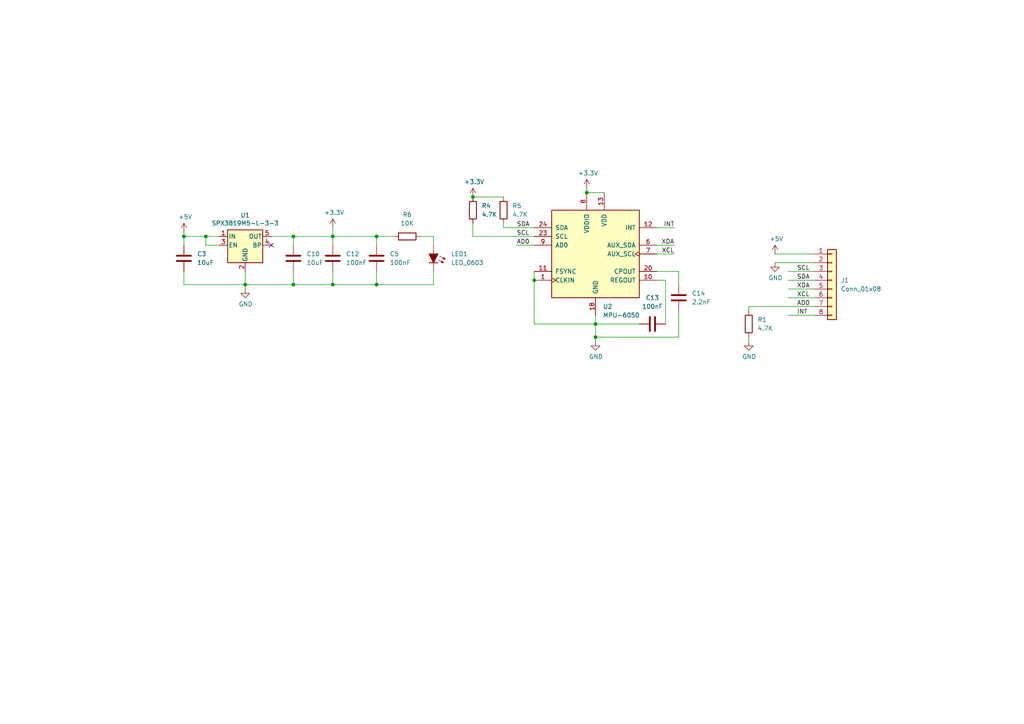
<source format=kicad_sch>
(kicad_sch
	(version 20250114)
	(generator "eeschema")
	(generator_version "9.0")
	(uuid "2df63883-4c1b-42e6-b3e7-ae745b4f00b6")
	(paper "A4")
	(lib_symbols
		(symbol "Connector_Generic:Conn_01x08"
			(pin_names
				(offset 1.016)
				(hide yes)
			)
			(exclude_from_sim no)
			(in_bom yes)
			(on_board yes)
			(property "Reference" "J"
				(at 0 10.16 0)
				(effects
					(font
						(size 1.27 1.27)
					)
				)
			)
			(property "Value" "Conn_01x08"
				(at 0 -12.7 0)
				(effects
					(font
						(size 1.27 1.27)
					)
				)
			)
			(property "Footprint" ""
				(at 0 0 0)
				(effects
					(font
						(size 1.27 1.27)
					)
					(hide yes)
				)
			)
			(property "Datasheet" "~"
				(at 0 0 0)
				(effects
					(font
						(size 1.27 1.27)
					)
					(hide yes)
				)
			)
			(property "Description" "Generic connector, single row, 01x08, script generated (kicad-library-utils/schlib/autogen/connector/)"
				(at 0 0 0)
				(effects
					(font
						(size 1.27 1.27)
					)
					(hide yes)
				)
			)
			(property "ki_keywords" "connector"
				(at 0 0 0)
				(effects
					(font
						(size 1.27 1.27)
					)
					(hide yes)
				)
			)
			(property "ki_fp_filters" "Connector*:*_1x??_*"
				(at 0 0 0)
				(effects
					(font
						(size 1.27 1.27)
					)
					(hide yes)
				)
			)
			(symbol "Conn_01x08_1_1"
				(rectangle
					(start -1.27 8.89)
					(end 1.27 -11.43)
					(stroke
						(width 0.254)
						(type default)
					)
					(fill
						(type background)
					)
				)
				(rectangle
					(start -1.27 7.747)
					(end 0 7.493)
					(stroke
						(width 0.1524)
						(type default)
					)
					(fill
						(type none)
					)
				)
				(rectangle
					(start -1.27 5.207)
					(end 0 4.953)
					(stroke
						(width 0.1524)
						(type default)
					)
					(fill
						(type none)
					)
				)
				(rectangle
					(start -1.27 2.667)
					(end 0 2.413)
					(stroke
						(width 0.1524)
						(type default)
					)
					(fill
						(type none)
					)
				)
				(rectangle
					(start -1.27 0.127)
					(end 0 -0.127)
					(stroke
						(width 0.1524)
						(type default)
					)
					(fill
						(type none)
					)
				)
				(rectangle
					(start -1.27 -2.413)
					(end 0 -2.667)
					(stroke
						(width 0.1524)
						(type default)
					)
					(fill
						(type none)
					)
				)
				(rectangle
					(start -1.27 -4.953)
					(end 0 -5.207)
					(stroke
						(width 0.1524)
						(type default)
					)
					(fill
						(type none)
					)
				)
				(rectangle
					(start -1.27 -7.493)
					(end 0 -7.747)
					(stroke
						(width 0.1524)
						(type default)
					)
					(fill
						(type none)
					)
				)
				(rectangle
					(start -1.27 -10.033)
					(end 0 -10.287)
					(stroke
						(width 0.1524)
						(type default)
					)
					(fill
						(type none)
					)
				)
				(pin passive line
					(at -5.08 7.62 0)
					(length 3.81)
					(name "Pin_1"
						(effects
							(font
								(size 1.27 1.27)
							)
						)
					)
					(number "1"
						(effects
							(font
								(size 1.27 1.27)
							)
						)
					)
				)
				(pin passive line
					(at -5.08 5.08 0)
					(length 3.81)
					(name "Pin_2"
						(effects
							(font
								(size 1.27 1.27)
							)
						)
					)
					(number "2"
						(effects
							(font
								(size 1.27 1.27)
							)
						)
					)
				)
				(pin passive line
					(at -5.08 2.54 0)
					(length 3.81)
					(name "Pin_3"
						(effects
							(font
								(size 1.27 1.27)
							)
						)
					)
					(number "3"
						(effects
							(font
								(size 1.27 1.27)
							)
						)
					)
				)
				(pin passive line
					(at -5.08 0 0)
					(length 3.81)
					(name "Pin_4"
						(effects
							(font
								(size 1.27 1.27)
							)
						)
					)
					(number "4"
						(effects
							(font
								(size 1.27 1.27)
							)
						)
					)
				)
				(pin passive line
					(at -5.08 -2.54 0)
					(length 3.81)
					(name "Pin_5"
						(effects
							(font
								(size 1.27 1.27)
							)
						)
					)
					(number "5"
						(effects
							(font
								(size 1.27 1.27)
							)
						)
					)
				)
				(pin passive line
					(at -5.08 -5.08 0)
					(length 3.81)
					(name "Pin_6"
						(effects
							(font
								(size 1.27 1.27)
							)
						)
					)
					(number "6"
						(effects
							(font
								(size 1.27 1.27)
							)
						)
					)
				)
				(pin passive line
					(at -5.08 -7.62 0)
					(length 3.81)
					(name "Pin_7"
						(effects
							(font
								(size 1.27 1.27)
							)
						)
					)
					(number "7"
						(effects
							(font
								(size 1.27 1.27)
							)
						)
					)
				)
				(pin passive line
					(at -5.08 -10.16 0)
					(length 3.81)
					(name "Pin_8"
						(effects
							(font
								(size 1.27 1.27)
							)
						)
					)
					(number "8"
						(effects
							(font
								(size 1.27 1.27)
							)
						)
					)
				)
			)
			(embedded_fonts no)
		)
		(symbol "MPU-6050_1"
			(pin_names
				(offset 1.016)
			)
			(exclude_from_sim no)
			(in_bom yes)
			(on_board yes)
			(property "Reference" "U"
				(at -11.43 13.97 0)
				(effects
					(font
						(size 1.27 1.27)
					)
				)
			)
			(property "Value" "MPU-6050"
				(at 7.62 -13.97 0)
				(effects
					(font
						(size 1.27 1.27)
					)
				)
			)
			(property "Footprint" "Package_DFN_QFN:QFN-24-1EP_4x4mm_P0.5mm_EP2.7x2.7mm_ThermalVias"
				(at 0 -20.32 0)
				(effects
					(font
						(size 1.27 1.27)
					)
					(hide yes)
				)
			)
			(property "Datasheet" "https://www.jlc-smt.com/lcsc/detail?componentCode=C24112"
				(at 0 -3.81 0)
				(effects
					(font
						(size 1.27 1.27)
					)
					(hide yes)
				)
			)
			(property "Description" "姿态传感器/陀螺仪"
				(at 0 0 0)
				(effects
					(font
						(size 1.27 1.27)
					)
					(hide yes)
				)
			)
			(property "ki_fp_filters" "QFN-24*4x4mm_Pitch0.5mm*"
				(at 0 0 0)
				(effects
					(font
						(size 1.27 1.27)
					)
					(hide yes)
				)
			)
			(symbol "MPU-6050_1_0_1"
				(rectangle
					(start -12.7 12.7)
					(end 12.7 -12.7)
					(stroke
						(width 0.254)
						(type solid)
					)
					(fill
						(type background)
					)
				)
			)
			(symbol "MPU-6050_1_1_1"
				(pin bidirectional line
					(at -17.78 7.62 0)
					(length 5.08)
					(name "SDA"
						(effects
							(font
								(size 1.27 1.27)
							)
						)
					)
					(number "24"
						(effects
							(font
								(size 1.27 1.27)
							)
						)
					)
				)
				(pin input line
					(at -17.78 5.08 0)
					(length 5.08)
					(name "SCL"
						(effects
							(font
								(size 1.27 1.27)
							)
						)
					)
					(number "23"
						(effects
							(font
								(size 1.27 1.27)
							)
						)
					)
				)
				(pin input line
					(at -17.78 2.54 0)
					(length 5.08)
					(name "AD0"
						(effects
							(font
								(size 1.27 1.27)
							)
						)
					)
					(number "9"
						(effects
							(font
								(size 1.27 1.27)
							)
						)
					)
				)
				(pin input line
					(at -17.78 -5.08 0)
					(length 5.08)
					(name "FSYNC"
						(effects
							(font
								(size 1.27 1.27)
							)
						)
					)
					(number "11"
						(effects
							(font
								(size 1.27 1.27)
							)
						)
					)
				)
				(pin input clock
					(at -17.78 -7.62 0)
					(length 5.08)
					(name "CLKIN"
						(effects
							(font
								(size 1.27 1.27)
							)
						)
					)
					(number "1"
						(effects
							(font
								(size 1.27 1.27)
							)
						)
					)
				)
				(pin no_connect line
					(at -3.81 0 90)
					(length 5.08)
					(hide yes)
					(name "NC"
						(effects
							(font
								(size 1.27 1.27)
							)
						)
					)
					(number "14"
						(effects
							(font
								(size 1.27 1.27)
							)
						)
					)
				)
				(pin no_connect line
					(at -3.81 0 90)
					(length 5.08)
					(hide yes)
					(name "NC"
						(effects
							(font
								(size 1.27 1.27)
							)
						)
					)
					(number "15"
						(effects
							(font
								(size 1.27 1.27)
							)
						)
					)
				)
				(pin no_connect line
					(at -3.81 0 90)
					(length 5.08)
					(hide yes)
					(name "NC"
						(effects
							(font
								(size 1.27 1.27)
							)
						)
					)
					(number "16"
						(effects
							(font
								(size 1.27 1.27)
							)
						)
					)
				)
				(pin no_connect line
					(at -3.81 0 90)
					(length 5.08)
					(hide yes)
					(name "NC"
						(effects
							(font
								(size 1.27 1.27)
							)
						)
					)
					(number "17"
						(effects
							(font
								(size 1.27 1.27)
							)
						)
					)
				)
				(pin no_connect line
					(at -3.81 0 90)
					(length 5.08)
					(hide yes)
					(name "NC"
						(effects
							(font
								(size 1.27 1.27)
							)
						)
					)
					(number "2"
						(effects
							(font
								(size 1.27 1.27)
							)
						)
					)
				)
				(pin no_connect line
					(at -3.81 0 90)
					(length 5.08)
					(hide yes)
					(name "NC"
						(effects
							(font
								(size 1.27 1.27)
							)
						)
					)
					(number "3"
						(effects
							(font
								(size 1.27 1.27)
							)
						)
					)
				)
				(pin no_connect line
					(at -3.81 0 90)
					(length 5.08)
					(hide yes)
					(name "NC"
						(effects
							(font
								(size 1.27 1.27)
							)
						)
					)
					(number "4"
						(effects
							(font
								(size 1.27 1.27)
							)
						)
					)
				)
				(pin no_connect line
					(at -3.81 0 90)
					(length 5.08)
					(hide yes)
					(name "NC"
						(effects
							(font
								(size 1.27 1.27)
							)
						)
					)
					(number "5"
						(effects
							(font
								(size 1.27 1.27)
							)
						)
					)
				)
				(pin passive line
					(at -2.54 17.78 270)
					(length 5.08)
					(name "VDDIO"
						(effects
							(font
								(size 1.27 1.27)
							)
						)
					)
					(number "8"
						(effects
							(font
								(size 1.27 1.27)
							)
						)
					)
				)
				(pin no_connect line
					(at -1.27 0 90)
					(length 5.08)
					(hide yes)
					(name "RESV"
						(effects
							(font
								(size 1.27 1.27)
							)
						)
					)
					(number "19"
						(effects
							(font
								(size 1.27 1.27)
							)
						)
					)
				)
				(pin no_connect line
					(at -1.27 0 90)
					(length 5.08)
					(hide yes)
					(name "RESV"
						(effects
							(font
								(size 1.27 1.27)
							)
						)
					)
					(number "21"
						(effects
							(font
								(size 1.27 1.27)
							)
						)
					)
				)
				(pin no_connect line
					(at -1.27 0 90)
					(length 5.08)
					(hide yes)
					(name "RESV"
						(effects
							(font
								(size 1.27 1.27)
							)
						)
					)
					(number "22"
						(effects
							(font
								(size 1.27 1.27)
							)
						)
					)
				)
				(pin power_in line
					(at 0 -17.78 90)
					(length 5.08)
					(name "GND"
						(effects
							(font
								(size 1.27 1.27)
							)
						)
					)
					(number "18"
						(effects
							(font
								(size 1.27 1.27)
							)
						)
					)
				)
				(pin power_in line
					(at 0 -17.78 90)
					(length 5.08)
					(hide yes)
					(name "GND"
						(effects
							(font
								(size 1.27 1.27)
							)
						)
					)
					(number "25"
						(effects
							(font
								(size 1.27 1.27)
							)
						)
					)
				)
				(pin power_in line
					(at 2.54 17.78 270)
					(length 5.08)
					(name "VDD"
						(effects
							(font
								(size 1.27 1.27)
							)
						)
					)
					(number "13"
						(effects
							(font
								(size 1.27 1.27)
							)
						)
					)
				)
				(pin output line
					(at 17.78 7.62 180)
					(length 5.08)
					(name "INT"
						(effects
							(font
								(size 1.27 1.27)
							)
						)
					)
					(number "12"
						(effects
							(font
								(size 1.27 1.27)
							)
						)
					)
				)
				(pin bidirectional line
					(at 17.78 2.54 180)
					(length 5.08)
					(name "AUX_SDA"
						(effects
							(font
								(size 1.27 1.27)
							)
						)
					)
					(number "6"
						(effects
							(font
								(size 1.27 1.27)
							)
						)
					)
				)
				(pin output clock
					(at 17.78 0 180)
					(length 5.08)
					(name "AUX_SCL"
						(effects
							(font
								(size 1.27 1.27)
							)
						)
					)
					(number "7"
						(effects
							(font
								(size 1.27 1.27)
							)
						)
					)
				)
				(pin passive line
					(at 17.78 -5.08 180)
					(length 5.08)
					(name "CPOUT"
						(effects
							(font
								(size 1.27 1.27)
							)
						)
					)
					(number "20"
						(effects
							(font
								(size 1.27 1.27)
							)
						)
					)
				)
				(pin passive line
					(at 17.78 -7.62 180)
					(length 5.08)
					(name "REGOUT"
						(effects
							(font
								(size 1.27 1.27)
							)
						)
					)
					(number "10"
						(effects
							(font
								(size 1.27 1.27)
							)
						)
					)
				)
			)
			(embedded_fonts no)
		)
		(symbol "PCM_Capacitor_AKL:C_0603"
			(pin_numbers
				(hide yes)
			)
			(pin_names
				(offset 0.254)
			)
			(exclude_from_sim no)
			(in_bom yes)
			(on_board yes)
			(property "Reference" "C"
				(at 0.635 2.54 0)
				(effects
					(font
						(size 1.27 1.27)
					)
					(justify left)
				)
			)
			(property "Value" "C_0603"
				(at 0.635 -2.54 0)
				(effects
					(font
						(size 1.27 1.27)
					)
					(justify left)
				)
			)
			(property "Footprint" "PCM_Capacitor_SMD_AKL:C_0603_1608Metric"
				(at 0.9652 -3.81 0)
				(effects
					(font
						(size 1.27 1.27)
					)
					(hide yes)
				)
			)
			(property "Datasheet" "~"
				(at 0 0 0)
				(effects
					(font
						(size 1.27 1.27)
					)
					(hide yes)
				)
			)
			(property "Description" "SMD 0603 MLCC capacitor, Alternate KiCad Library"
				(at 0 0 0)
				(effects
					(font
						(size 1.27 1.27)
					)
					(hide yes)
				)
			)
			(property "ki_keywords" "cap capacitor ceramic chip mlcc smd 0603"
				(at 0 0 0)
				(effects
					(font
						(size 1.27 1.27)
					)
					(hide yes)
				)
			)
			(property "ki_fp_filters" "C_*"
				(at 0 0 0)
				(effects
					(font
						(size 1.27 1.27)
					)
					(hide yes)
				)
			)
			(symbol "C_0603_0_1"
				(polyline
					(pts
						(xy -2.032 0.762) (xy 2.032 0.762)
					)
					(stroke
						(width 0.508)
						(type default)
					)
					(fill
						(type none)
					)
				)
				(polyline
					(pts
						(xy -2.032 -0.762) (xy 2.032 -0.762)
					)
					(stroke
						(width 0.508)
						(type default)
					)
					(fill
						(type none)
					)
				)
			)
			(symbol "C_0603_0_2"
				(polyline
					(pts
						(xy -2.54 -2.54) (xy -0.381 -0.381)
					)
					(stroke
						(width 0)
						(type default)
					)
					(fill
						(type none)
					)
				)
				(polyline
					(pts
						(xy -0.508 -0.508) (xy -1.651 0.635)
					)
					(stroke
						(width 0.508)
						(type default)
					)
					(fill
						(type none)
					)
				)
				(polyline
					(pts
						(xy -0.508 -0.508) (xy 0.635 -1.651)
					)
					(stroke
						(width 0.508)
						(type default)
					)
					(fill
						(type none)
					)
				)
				(polyline
					(pts
						(xy 0.381 0.381) (xy 2.54 2.54)
					)
					(stroke
						(width 0)
						(type default)
					)
					(fill
						(type none)
					)
				)
				(polyline
					(pts
						(xy 0.508 0.508) (xy -0.635 1.651)
					)
					(stroke
						(width 0.508)
						(type default)
					)
					(fill
						(type none)
					)
				)
				(polyline
					(pts
						(xy 0.508 0.508) (xy 1.651 -0.635)
					)
					(stroke
						(width 0.508)
						(type default)
					)
					(fill
						(type none)
					)
				)
			)
			(symbol "C_0603_1_1"
				(pin passive line
					(at 0 3.81 270)
					(length 2.794)
					(name "~"
						(effects
							(font
								(size 1.27 1.27)
							)
						)
					)
					(number "1"
						(effects
							(font
								(size 1.27 1.27)
							)
						)
					)
				)
				(pin passive line
					(at 0 -3.81 90)
					(length 2.794)
					(name "~"
						(effects
							(font
								(size 1.27 1.27)
							)
						)
					)
					(number "2"
						(effects
							(font
								(size 1.27 1.27)
							)
						)
					)
				)
			)
			(symbol "C_0603_1_2"
				(pin passive line
					(at -2.54 -2.54 90)
					(length 0)
					(name "~"
						(effects
							(font
								(size 1.27 1.27)
							)
						)
					)
					(number "2"
						(effects
							(font
								(size 1.27 1.27)
							)
						)
					)
				)
				(pin passive line
					(at 2.54 2.54 270)
					(length 0)
					(name "~"
						(effects
							(font
								(size 1.27 1.27)
							)
						)
					)
					(number "1"
						(effects
							(font
								(size 1.27 1.27)
							)
						)
					)
				)
			)
			(embedded_fonts no)
		)
		(symbol "PCM_LED_AKL:LED_0603"
			(pin_numbers
				(hide yes)
			)
			(pin_names
				(offset 1.016)
				(hide yes)
			)
			(exclude_from_sim no)
			(in_bom yes)
			(on_board yes)
			(property "Reference" "LED"
				(at 0 7.62 0)
				(effects
					(font
						(size 1.27 1.27)
					)
				)
			)
			(property "Value" "LED_0603"
				(at 0 5.08 0)
				(effects
					(font
						(size 1.27 1.27)
					)
				)
			)
			(property "Footprint" "PCM_LED_SMD_AKL:LED_0603_1608Metric"
				(at 0 0 0)
				(effects
					(font
						(size 1.27 1.27)
					)
					(hide yes)
				)
			)
			(property "Datasheet" "~"
				(at 0 0 0)
				(effects
					(font
						(size 1.27 1.27)
					)
					(hide yes)
				)
			)
			(property "Description" "SMD LED, 0603, Alternate KiCad Library"
				(at 0 0 0)
				(effects
					(font
						(size 1.27 1.27)
					)
					(hide yes)
				)
			)
			(property "ki_keywords" "LED diode generic smd 0603"
				(at 0 0 0)
				(effects
					(font
						(size 1.27 1.27)
					)
					(hide yes)
				)
			)
			(property "ki_fp_filters" "LED* LED_SMD:* LED_THT:*"
				(at 0 0 0)
				(effects
					(font
						(size 1.27 1.27)
					)
					(hide yes)
				)
			)
			(symbol "LED_0603_0_1"
				(polyline
					(pts
						(xy -1.27 1.27) (xy -1.27 -1.27) (xy 1.27 0) (xy -1.27 1.27)
					)
					(stroke
						(width 0.254)
						(type default)
					)
					(fill
						(type outline)
					)
				)
				(polyline
					(pts
						(xy -0.508 1.905) (xy 0.254 3.429)
					)
					(stroke
						(width 0.1524)
						(type default)
					)
					(fill
						(type none)
					)
				)
				(polyline
					(pts
						(xy 0 2.921) (xy -0.254 3.048)
					)
					(stroke
						(width 0.1524)
						(type default)
					)
					(fill
						(type none)
					)
				)
				(polyline
					(pts
						(xy 0 2.921) (xy 0.254 2.794)
					)
					(stroke
						(width 0.1524)
						(type default)
					)
					(fill
						(type none)
					)
				)
				(polyline
					(pts
						(xy 0.254 2.794) (xy -0.254 3.048) (xy 0.254 3.429) (xy 0.254 2.794)
					)
					(stroke
						(width 0.1524)
						(type default)
					)
					(fill
						(type outline)
					)
				)
				(polyline
					(pts
						(xy 0.508 1.397) (xy 1.27 2.921)
					)
					(stroke
						(width 0.1524)
						(type default)
					)
					(fill
						(type none)
					)
				)
				(polyline
					(pts
						(xy 1.016 2.413) (xy 0.762 2.54)
					)
					(stroke
						(width 0.1524)
						(type default)
					)
					(fill
						(type none)
					)
				)
				(polyline
					(pts
						(xy 1.016 2.413) (xy 1.27 2.286)
					)
					(stroke
						(width 0.1524)
						(type default)
					)
					(fill
						(type none)
					)
				)
				(polyline
					(pts
						(xy 1.27 2.286) (xy 0.762 2.54) (xy 1.27 2.921) (xy 1.27 2.286)
					)
					(stroke
						(width 0.1524)
						(type default)
					)
					(fill
						(type outline)
					)
				)
				(polyline
					(pts
						(xy 1.27 1.27) (xy 1.27 -1.27)
					)
					(stroke
						(width 0.254)
						(type default)
					)
					(fill
						(type none)
					)
				)
				(polyline
					(pts
						(xy 1.27 0) (xy -1.27 0)
					)
					(stroke
						(width 0)
						(type default)
					)
					(fill
						(type none)
					)
				)
			)
			(symbol "LED_0603_0_2"
				(polyline
					(pts
						(xy -2.54 -2.54) (xy 2.54 2.54)
					)
					(stroke
						(width 0)
						(type default)
					)
					(fill
						(type none)
					)
				)
				(polyline
					(pts
						(xy -2.159 2.413) (xy -2.286 1.778) (xy -1.6764 1.9812) (xy -2.159 2.413)
					)
					(stroke
						(width 0)
						(type default)
					)
					(fill
						(type outline)
					)
				)
				(polyline
					(pts
						(xy -1.651 0.889) (xy -2.159 2.413)
					)
					(stroke
						(width 0)
						(type default)
					)
					(fill
						(type none)
					)
				)
				(polyline
					(pts
						(xy -1.016 2.794) (xy -1.143 2.159) (xy -0.5334 2.3622) (xy -1.016 2.794)
					)
					(stroke
						(width 0)
						(type default)
					)
					(fill
						(type outline)
					)
				)
				(polyline
					(pts
						(xy -0.889 -0.889) (xy -1.778 0) (xy 0.889 0.889) (xy 0 -1.778) (xy -0.889 -0.889)
					)
					(stroke
						(width 0.254)
						(type default)
					)
					(fill
						(type outline)
					)
				)
				(polyline
					(pts
						(xy -0.508 1.27) (xy -1.016 2.794)
					)
					(stroke
						(width 0)
						(type default)
					)
					(fill
						(type none)
					)
				)
				(polyline
					(pts
						(xy 0 1.778) (xy 1.778 0)
					)
					(stroke
						(width 0.254)
						(type default)
					)
					(fill
						(type none)
					)
				)
			)
			(symbol "LED_0603_1_1"
				(pin passive line
					(at -3.81 0 0)
					(length 2.54)
					(name "A"
						(effects
							(font
								(size 1.27 1.27)
							)
						)
					)
					(number "2"
						(effects
							(font
								(size 1.27 1.27)
							)
						)
					)
				)
				(pin passive line
					(at 3.81 0 180)
					(length 2.54)
					(name "K"
						(effects
							(font
								(size 1.27 1.27)
							)
						)
					)
					(number "1"
						(effects
							(font
								(size 1.27 1.27)
							)
						)
					)
				)
			)
			(symbol "LED_0603_1_2"
				(pin passive line
					(at -2.54 -2.54 0)
					(length 0)
					(name "A"
						(effects
							(font
								(size 1.27 1.27)
							)
						)
					)
					(number "2"
						(effects
							(font
								(size 1.27 1.27)
							)
						)
					)
				)
				(pin passive line
					(at 2.54 2.54 180)
					(length 0)
					(name "K"
						(effects
							(font
								(size 1.27 1.27)
							)
						)
					)
					(number "1"
						(effects
							(font
								(size 1.27 1.27)
							)
						)
					)
				)
			)
			(embedded_fonts no)
		)
		(symbol "PCM_Resistor_AKL:R_0603"
			(pin_numbers
				(hide yes)
			)
			(pin_names
				(offset 0)
			)
			(exclude_from_sim no)
			(in_bom yes)
			(on_board yes)
			(property "Reference" "R"
				(at 2.54 1.27 0)
				(effects
					(font
						(size 1.27 1.27)
					)
					(justify left)
				)
			)
			(property "Value" "R_0603"
				(at 2.54 -1.27 0)
				(effects
					(font
						(size 1.27 1.27)
					)
					(justify left)
				)
			)
			(property "Footprint" "PCM_Resistor_SMD_AKL:R_0603_1608Metric"
				(at 0 -11.43 0)
				(effects
					(font
						(size 1.27 1.27)
					)
					(hide yes)
				)
			)
			(property "Datasheet" "~"
				(at 0 0 0)
				(effects
					(font
						(size 1.27 1.27)
					)
					(hide yes)
				)
			)
			(property "Description" "SMD 0603 Chip Resistor, European Symbol, Alternate KiCad Library"
				(at 0 0 0)
				(effects
					(font
						(size 1.27 1.27)
					)
					(hide yes)
				)
			)
			(property "ki_keywords" "R res resistor eu SMD 0603"
				(at 0 0 0)
				(effects
					(font
						(size 1.27 1.27)
					)
					(hide yes)
				)
			)
			(property "ki_fp_filters" "R_*"
				(at 0 0 0)
				(effects
					(font
						(size 1.27 1.27)
					)
					(hide yes)
				)
			)
			(symbol "R_0603_0_1"
				(rectangle
					(start -1.016 2.54)
					(end 1.016 -2.54)
					(stroke
						(width 0.254)
						(type default)
					)
					(fill
						(type none)
					)
				)
			)
			(symbol "R_0603_0_2"
				(polyline
					(pts
						(xy -2.54 -2.54) (xy -1.524 -1.524)
					)
					(stroke
						(width 0)
						(type default)
					)
					(fill
						(type none)
					)
				)
				(polyline
					(pts
						(xy 1.524 1.524) (xy 2.54 2.54)
					)
					(stroke
						(width 0)
						(type default)
					)
					(fill
						(type none)
					)
				)
				(polyline
					(pts
						(xy 1.524 1.524) (xy 0.889 2.159) (xy -2.159 -0.889) (xy -0.889 -2.159) (xy 2.159 0.889) (xy 1.524 1.524)
					)
					(stroke
						(width 0.254)
						(type default)
					)
					(fill
						(type none)
					)
				)
			)
			(symbol "R_0603_1_1"
				(pin passive line
					(at 0 3.81 270)
					(length 1.27)
					(name "~"
						(effects
							(font
								(size 1.27 1.27)
							)
						)
					)
					(number "1"
						(effects
							(font
								(size 1.27 1.27)
							)
						)
					)
				)
				(pin passive line
					(at 0 -3.81 90)
					(length 1.27)
					(name "~"
						(effects
							(font
								(size 1.27 1.27)
							)
						)
					)
					(number "2"
						(effects
							(font
								(size 1.27 1.27)
							)
						)
					)
				)
			)
			(symbol "R_0603_1_2"
				(pin passive line
					(at -2.54 -2.54 0)
					(length 0)
					(name ""
						(effects
							(font
								(size 1.27 1.27)
							)
						)
					)
					(number "2"
						(effects
							(font
								(size 1.27 1.27)
							)
						)
					)
				)
				(pin passive line
					(at 2.54 2.54 180)
					(length 0)
					(name ""
						(effects
							(font
								(size 1.27 1.27)
							)
						)
					)
					(number "1"
						(effects
							(font
								(size 1.27 1.27)
							)
						)
					)
				)
			)
			(embedded_fonts no)
		)
		(symbol "Regulator_Linear:SPX3819M5-L-3-3"
			(pin_names
				(offset 0.254)
			)
			(exclude_from_sim no)
			(in_bom yes)
			(on_board yes)
			(property "Reference" "U"
				(at -3.81 5.715 0)
				(effects
					(font
						(size 1.27 1.27)
					)
				)
			)
			(property "Value" "SPX3819M5-L-3-3"
				(at 0 5.715 0)
				(effects
					(font
						(size 1.27 1.27)
					)
					(justify left)
				)
			)
			(property "Footprint" "Package_TO_SOT_SMD:SOT-23-5"
				(at 0 8.255 0)
				(effects
					(font
						(size 1.27 1.27)
					)
					(hide yes)
				)
			)
			(property "Datasheet" "https://www.exar.com/content/document.ashx?id=22106&languageid=1033&type=Datasheet&partnumber=SPX3819&filename=SPX3819.pdf&part=SPX3819"
				(at 0 0 0)
				(effects
					(font
						(size 1.27 1.27)
					)
					(hide yes)
				)
			)
			(property "Description" "500mA Low drop-out regulator, Fixed Output 3.3V, SOT-23-5"
				(at 0 0 0)
				(effects
					(font
						(size 1.27 1.27)
					)
					(hide yes)
				)
			)
			(property "ki_keywords" "REGULATOR LDO 3.3V"
				(at 0 0 0)
				(effects
					(font
						(size 1.27 1.27)
					)
					(hide yes)
				)
			)
			(property "ki_fp_filters" "SOT?23*"
				(at 0 0 0)
				(effects
					(font
						(size 1.27 1.27)
					)
					(hide yes)
				)
			)
			(symbol "SPX3819M5-L-3-3_0_1"
				(rectangle
					(start -5.08 4.445)
					(end 5.08 -5.08)
					(stroke
						(width 0.254)
						(type default)
					)
					(fill
						(type background)
					)
				)
			)
			(symbol "SPX3819M5-L-3-3_1_1"
				(pin power_in line
					(at -7.62 2.54 0)
					(length 2.54)
					(name "IN"
						(effects
							(font
								(size 1.27 1.27)
							)
						)
					)
					(number "1"
						(effects
							(font
								(size 1.27 1.27)
							)
						)
					)
				)
				(pin input line
					(at -7.62 0 0)
					(length 2.54)
					(name "EN"
						(effects
							(font
								(size 1.27 1.27)
							)
						)
					)
					(number "3"
						(effects
							(font
								(size 1.27 1.27)
							)
						)
					)
				)
				(pin power_in line
					(at 0 -7.62 90)
					(length 2.54)
					(name "GND"
						(effects
							(font
								(size 1.27 1.27)
							)
						)
					)
					(number "2"
						(effects
							(font
								(size 1.27 1.27)
							)
						)
					)
				)
				(pin power_out line
					(at 7.62 2.54 180)
					(length 2.54)
					(name "OUT"
						(effects
							(font
								(size 1.27 1.27)
							)
						)
					)
					(number "5"
						(effects
							(font
								(size 1.27 1.27)
							)
						)
					)
				)
				(pin input line
					(at 7.62 0 180)
					(length 2.54)
					(name "BP"
						(effects
							(font
								(size 1.27 1.27)
							)
						)
					)
					(number "4"
						(effects
							(font
								(size 1.27 1.27)
							)
						)
					)
				)
			)
			(embedded_fonts no)
		)
		(symbol "power:+3.3V"
			(power)
			(pin_numbers
				(hide yes)
			)
			(pin_names
				(offset 0)
				(hide yes)
			)
			(exclude_from_sim no)
			(in_bom yes)
			(on_board yes)
			(property "Reference" "#PWR"
				(at 0 -3.81 0)
				(effects
					(font
						(size 1.27 1.27)
					)
					(hide yes)
				)
			)
			(property "Value" "+3.3V"
				(at 0 3.556 0)
				(effects
					(font
						(size 1.27 1.27)
					)
				)
			)
			(property "Footprint" ""
				(at 0 0 0)
				(effects
					(font
						(size 1.27 1.27)
					)
					(hide yes)
				)
			)
			(property "Datasheet" ""
				(at 0 0 0)
				(effects
					(font
						(size 1.27 1.27)
					)
					(hide yes)
				)
			)
			(property "Description" "Power symbol creates a global label with name \"+3.3V\""
				(at 0 0 0)
				(effects
					(font
						(size 1.27 1.27)
					)
					(hide yes)
				)
			)
			(property "ki_keywords" "global power"
				(at 0 0 0)
				(effects
					(font
						(size 1.27 1.27)
					)
					(hide yes)
				)
			)
			(symbol "+3.3V_0_1"
				(polyline
					(pts
						(xy -0.762 1.27) (xy 0 2.54)
					)
					(stroke
						(width 0)
						(type default)
					)
					(fill
						(type none)
					)
				)
				(polyline
					(pts
						(xy 0 2.54) (xy 0.762 1.27)
					)
					(stroke
						(width 0)
						(type default)
					)
					(fill
						(type none)
					)
				)
				(polyline
					(pts
						(xy 0 0) (xy 0 2.54)
					)
					(stroke
						(width 0)
						(type default)
					)
					(fill
						(type none)
					)
				)
			)
			(symbol "+3.3V_1_1"
				(pin power_in line
					(at 0 0 90)
					(length 0)
					(name "~"
						(effects
							(font
								(size 1.27 1.27)
							)
						)
					)
					(number "1"
						(effects
							(font
								(size 1.27 1.27)
							)
						)
					)
				)
			)
			(embedded_fonts no)
		)
		(symbol "power:+5V"
			(power)
			(pin_numbers
				(hide yes)
			)
			(pin_names
				(offset 0)
				(hide yes)
			)
			(exclude_from_sim no)
			(in_bom yes)
			(on_board yes)
			(property "Reference" "#PWR"
				(at 0 -3.81 0)
				(effects
					(font
						(size 1.27 1.27)
					)
					(hide yes)
				)
			)
			(property "Value" "+5V"
				(at 0 3.556 0)
				(effects
					(font
						(size 1.27 1.27)
					)
				)
			)
			(property "Footprint" ""
				(at 0 0 0)
				(effects
					(font
						(size 1.27 1.27)
					)
					(hide yes)
				)
			)
			(property "Datasheet" ""
				(at 0 0 0)
				(effects
					(font
						(size 1.27 1.27)
					)
					(hide yes)
				)
			)
			(property "Description" "Power symbol creates a global label with name \"+5V\""
				(at 0 0 0)
				(effects
					(font
						(size 1.27 1.27)
					)
					(hide yes)
				)
			)
			(property "ki_keywords" "global power"
				(at 0 0 0)
				(effects
					(font
						(size 1.27 1.27)
					)
					(hide yes)
				)
			)
			(symbol "+5V_0_1"
				(polyline
					(pts
						(xy -0.762 1.27) (xy 0 2.54)
					)
					(stroke
						(width 0)
						(type default)
					)
					(fill
						(type none)
					)
				)
				(polyline
					(pts
						(xy 0 2.54) (xy 0.762 1.27)
					)
					(stroke
						(width 0)
						(type default)
					)
					(fill
						(type none)
					)
				)
				(polyline
					(pts
						(xy 0 0) (xy 0 2.54)
					)
					(stroke
						(width 0)
						(type default)
					)
					(fill
						(type none)
					)
				)
			)
			(symbol "+5V_1_1"
				(pin power_in line
					(at 0 0 90)
					(length 0)
					(name "~"
						(effects
							(font
								(size 1.27 1.27)
							)
						)
					)
					(number "1"
						(effects
							(font
								(size 1.27 1.27)
							)
						)
					)
				)
			)
			(embedded_fonts no)
		)
		(symbol "power:GND"
			(power)
			(pin_numbers
				(hide yes)
			)
			(pin_names
				(offset 0)
				(hide yes)
			)
			(exclude_from_sim no)
			(in_bom yes)
			(on_board yes)
			(property "Reference" "#PWR"
				(at 0 -6.35 0)
				(effects
					(font
						(size 1.27 1.27)
					)
					(hide yes)
				)
			)
			(property "Value" "GND"
				(at 0 -3.81 0)
				(effects
					(font
						(size 1.27 1.27)
					)
				)
			)
			(property "Footprint" ""
				(at 0 0 0)
				(effects
					(font
						(size 1.27 1.27)
					)
					(hide yes)
				)
			)
			(property "Datasheet" ""
				(at 0 0 0)
				(effects
					(font
						(size 1.27 1.27)
					)
					(hide yes)
				)
			)
			(property "Description" "Power symbol creates a global label with name \"GND\" , ground"
				(at 0 0 0)
				(effects
					(font
						(size 1.27 1.27)
					)
					(hide yes)
				)
			)
			(property "ki_keywords" "global power"
				(at 0 0 0)
				(effects
					(font
						(size 1.27 1.27)
					)
					(hide yes)
				)
			)
			(symbol "GND_0_1"
				(polyline
					(pts
						(xy 0 0) (xy 0 -1.27) (xy 1.27 -1.27) (xy 0 -2.54) (xy -1.27 -1.27) (xy 0 -1.27)
					)
					(stroke
						(width 0)
						(type default)
					)
					(fill
						(type none)
					)
				)
			)
			(symbol "GND_1_1"
				(pin power_in line
					(at 0 0 270)
					(length 0)
					(name "~"
						(effects
							(font
								(size 1.27 1.27)
							)
						)
					)
					(number "1"
						(effects
							(font
								(size 1.27 1.27)
							)
						)
					)
				)
			)
			(embedded_fonts no)
		)
	)
	(junction
		(at 154.94 81.28)
		(diameter 0)
		(color 0 0 0 0)
		(uuid "17717994-c980-4086-84f7-a4cb56a677a8")
	)
	(junction
		(at 53.34 68.58)
		(diameter 0)
		(color 0 0 0 0)
		(uuid "2f137cee-6886-4774-9d77-3c444f184b2f")
	)
	(junction
		(at 59.69 68.58)
		(diameter 0)
		(color 0 0 0 0)
		(uuid "39d213b6-3d92-4977-83b8-2b1b32e88505")
	)
	(junction
		(at 96.52 82.55)
		(diameter 0)
		(color 0 0 0 0)
		(uuid "42089b03-8d74-45ca-9dca-16f3a7eef2eb")
	)
	(junction
		(at 170.18 55.88)
		(diameter 0)
		(color 0 0 0 0)
		(uuid "59cc08f1-1355-4c44-b3ae-1d8bafd842d4")
	)
	(junction
		(at 85.09 82.55)
		(diameter 0)
		(color 0 0 0 0)
		(uuid "6887070a-172f-49d7-ad2d-f359f78fb95f")
	)
	(junction
		(at 172.72 93.98)
		(diameter 0)
		(color 0 0 0 0)
		(uuid "b93cb02c-d7ab-4715-96b6-caeecfd6cdb0")
	)
	(junction
		(at 85.09 68.58)
		(diameter 0)
		(color 0 0 0 0)
		(uuid "c7e69b14-24b8-4871-9541-90cbb38893c2")
	)
	(junction
		(at 71.12 82.55)
		(diameter 0)
		(color 0 0 0 0)
		(uuid "d0920cf9-775a-4acd-959e-af2264892dbd")
	)
	(junction
		(at 109.22 82.55)
		(diameter 0)
		(color 0 0 0 0)
		(uuid "de11cf9f-6dc0-46cb-8bf0-b2c5fc16bc40")
	)
	(junction
		(at 172.72 97.79)
		(diameter 0)
		(color 0 0 0 0)
		(uuid "de8d6754-397d-438a-ac54-0ca305de4dd8")
	)
	(junction
		(at 109.22 68.58)
		(diameter 0)
		(color 0 0 0 0)
		(uuid "e859066a-e2a1-476b-8946-dbc066382261")
	)
	(junction
		(at 137.16 57.15)
		(diameter 0)
		(color 0 0 0 0)
		(uuid "f0d40b0b-d987-47ee-9cac-97ad71dea86a")
	)
	(junction
		(at 96.52 68.58)
		(diameter 0)
		(color 0 0 0 0)
		(uuid "f919ec8e-bfad-4965-8a93-7dd78e8def0a")
	)
	(no_connect
		(at 78.74 71.12)
		(uuid "9138afac-80b3-434d-ad9e-b208fde324af")
	)
	(wire
		(pts
			(xy 96.52 82.55) (xy 85.09 82.55)
		)
		(stroke
			(width 0)
			(type default)
		)
		(uuid "003d04f4-910a-4167-bed6-b77ca01cfe6a")
	)
	(wire
		(pts
			(xy 85.09 68.58) (xy 96.52 68.58)
		)
		(stroke
			(width 0)
			(type default)
		)
		(uuid "01ffc95a-a44c-49f4-852b-f05bb9e1a02a")
	)
	(wire
		(pts
			(xy 190.5 78.74) (xy 196.85 78.74)
		)
		(stroke
			(width 0)
			(type default)
		)
		(uuid "070a83cc-6e86-458a-8a9c-b916793c86f4")
	)
	(wire
		(pts
			(xy 228.6 91.44) (xy 236.22 91.44)
		)
		(stroke
			(width 0)
			(type default)
		)
		(uuid "0a84808d-5eca-44ff-99b5-7c54a5934932")
	)
	(wire
		(pts
			(xy 190.5 73.66) (xy 195.58 73.66)
		)
		(stroke
			(width 0)
			(type default)
		)
		(uuid "0eb41f46-97d7-4adb-961d-6db8758f1fd7")
	)
	(wire
		(pts
			(xy 96.52 82.55) (xy 109.22 82.55)
		)
		(stroke
			(width 0)
			(type default)
		)
		(uuid "12ee9a73-a7bf-4b25-adca-449aef058201")
	)
	(wire
		(pts
			(xy 85.09 82.55) (xy 85.09 78.74)
		)
		(stroke
			(width 0)
			(type default)
		)
		(uuid "145ea515-62da-4125-bf78-6b9d3f0a598e")
	)
	(wire
		(pts
			(xy 172.72 93.98) (xy 172.72 91.44)
		)
		(stroke
			(width 0)
			(type default)
		)
		(uuid "1a0cb6f8-c7e1-42b1-b86d-897665c341b1")
	)
	(wire
		(pts
			(xy 228.6 81.28) (xy 236.22 81.28)
		)
		(stroke
			(width 0)
			(type default)
		)
		(uuid "1cd22d58-3fe8-4428-89b7-aab452303876")
	)
	(wire
		(pts
			(xy 190.5 71.12) (xy 195.58 71.12)
		)
		(stroke
			(width 0)
			(type default)
		)
		(uuid "1d8cc4a4-3e16-4074-843a-e899db5c8ea7")
	)
	(wire
		(pts
			(xy 53.34 68.58) (xy 53.34 71.12)
		)
		(stroke
			(width 0)
			(type default)
		)
		(uuid "240946ad-6821-4f2a-bc37-68d185c92eb8")
	)
	(wire
		(pts
			(xy 78.74 68.58) (xy 85.09 68.58)
		)
		(stroke
			(width 0)
			(type default)
		)
		(uuid "26e833c1-7147-46a8-9a7f-507c2d071fc5")
	)
	(wire
		(pts
			(xy 63.5 68.58) (xy 59.69 68.58)
		)
		(stroke
			(width 0)
			(type default)
		)
		(uuid "2ac966e6-11ef-46f1-8818-33f617155340")
	)
	(wire
		(pts
			(xy 109.22 82.55) (xy 125.73 82.55)
		)
		(stroke
			(width 0)
			(type default)
		)
		(uuid "2bad81fd-70b4-45db-b149-8d8d9e4fcde1")
	)
	(wire
		(pts
			(xy 125.73 82.55) (xy 125.73 78.74)
		)
		(stroke
			(width 0)
			(type default)
		)
		(uuid "36ac5617-7b64-4a0b-bbda-e9b9696bc196")
	)
	(wire
		(pts
			(xy 217.17 88.9) (xy 217.17 90.17)
		)
		(stroke
			(width 0)
			(type default)
		)
		(uuid "37bc36a9-ee54-43bb-a06b-7514e1f089c1")
	)
	(wire
		(pts
			(xy 63.5 71.12) (xy 59.69 71.12)
		)
		(stroke
			(width 0)
			(type default)
		)
		(uuid "37c31ae0-8bbe-4fff-8721-a4f767ced56f")
	)
	(wire
		(pts
			(xy 193.04 81.28) (xy 193.04 93.98)
		)
		(stroke
			(width 0)
			(type default)
		)
		(uuid "39b01bdd-4a43-4862-916a-4ac65de98a2d")
	)
	(wire
		(pts
			(xy 154.94 71.12) (xy 149.86 71.12)
		)
		(stroke
			(width 0)
			(type default)
		)
		(uuid "4396a174-bd38-44f8-8395-d77d83e63255")
	)
	(wire
		(pts
			(xy 96.52 78.74) (xy 96.52 82.55)
		)
		(stroke
			(width 0)
			(type default)
		)
		(uuid "484119a9-9fde-4c5b-8bc4-ad29c438155f")
	)
	(wire
		(pts
			(xy 53.34 82.55) (xy 71.12 82.55)
		)
		(stroke
			(width 0)
			(type default)
		)
		(uuid "4e86fdba-6fc4-48ef-87ff-db61beaaef56")
	)
	(wire
		(pts
			(xy 137.16 68.58) (xy 154.94 68.58)
		)
		(stroke
			(width 0)
			(type default)
		)
		(uuid "4ee3aa61-3e11-45ad-9e1c-65870f4fdb34")
	)
	(wire
		(pts
			(xy 190.5 66.04) (xy 195.58 66.04)
		)
		(stroke
			(width 0)
			(type default)
		)
		(uuid "4f43e00c-c8d3-441d-9ca6-f467c235fd9e")
	)
	(wire
		(pts
			(xy 196.85 90.17) (xy 196.85 97.79)
		)
		(stroke
			(width 0)
			(type default)
		)
		(uuid "57b768fd-79ef-4f85-bdd8-5e51f8a91dfc")
	)
	(wire
		(pts
			(xy 109.22 68.58) (xy 109.22 71.12)
		)
		(stroke
			(width 0)
			(type default)
		)
		(uuid "66be5894-4a61-4efa-b0d2-b03d7921b509")
	)
	(wire
		(pts
			(xy 154.94 81.28) (xy 154.94 93.98)
		)
		(stroke
			(width 0)
			(type default)
		)
		(uuid "67133b95-af3e-48aa-bc75-0f9e3bb291d9")
	)
	(wire
		(pts
			(xy 121.92 68.58) (xy 125.73 68.58)
		)
		(stroke
			(width 0)
			(type default)
		)
		(uuid "6e13ec23-3144-4168-b34e-e4951d174f00")
	)
	(wire
		(pts
			(xy 59.69 68.58) (xy 53.34 68.58)
		)
		(stroke
			(width 0)
			(type default)
		)
		(uuid "6ebf46dd-7de0-4897-9619-93762588278c")
	)
	(wire
		(pts
			(xy 228.6 78.74) (xy 236.22 78.74)
		)
		(stroke
			(width 0)
			(type default)
		)
		(uuid "741b1ba5-3b46-4d3e-b9a7-8c521c70507d")
	)
	(wire
		(pts
			(xy 170.18 54.61) (xy 170.18 55.88)
		)
		(stroke
			(width 0)
			(type default)
		)
		(uuid "76ee8c41-b4d2-4ac9-bec5-05036f75b08f")
	)
	(wire
		(pts
			(xy 172.72 93.98) (xy 185.42 93.98)
		)
		(stroke
			(width 0)
			(type default)
		)
		(uuid "7b7bc3f6-0104-4f73-8969-42a7060a5ecc")
	)
	(wire
		(pts
			(xy 217.17 88.9) (xy 236.22 88.9)
		)
		(stroke
			(width 0)
			(type default)
		)
		(uuid "7ba51c23-3d6a-4528-9e34-48b5e638d174")
	)
	(wire
		(pts
			(xy 172.72 93.98) (xy 172.72 97.79)
		)
		(stroke
			(width 0)
			(type default)
		)
		(uuid "840773a3-56cd-474c-9240-08d49654f5eb")
	)
	(wire
		(pts
			(xy 146.05 66.04) (xy 154.94 66.04)
		)
		(stroke
			(width 0)
			(type default)
		)
		(uuid "866a1917-5900-46a8-afec-b11550c14b05")
	)
	(wire
		(pts
			(xy 71.12 82.55) (xy 85.09 82.55)
		)
		(stroke
			(width 0)
			(type default)
		)
		(uuid "8f239805-92b8-409d-8257-8c385b42374e")
	)
	(wire
		(pts
			(xy 109.22 78.74) (xy 109.22 82.55)
		)
		(stroke
			(width 0)
			(type default)
		)
		(uuid "93f96e26-167e-455c-bfb2-605e5b2ecbd8")
	)
	(wire
		(pts
			(xy 96.52 68.58) (xy 96.52 71.12)
		)
		(stroke
			(width 0)
			(type default)
		)
		(uuid "94e870d9-81e3-48f4-a9d7-8179dd7ff373")
	)
	(wire
		(pts
			(xy 71.12 82.55) (xy 71.12 83.82)
		)
		(stroke
			(width 0)
			(type default)
		)
		(uuid "9726bae1-810c-41e9-83a9-6eb058313df6")
	)
	(wire
		(pts
			(xy 109.22 68.58) (xy 114.3 68.58)
		)
		(stroke
			(width 0)
			(type default)
		)
		(uuid "9955c024-0ab6-49f6-a6ee-f691c08f7656")
	)
	(wire
		(pts
			(xy 154.94 78.74) (xy 154.94 81.28)
		)
		(stroke
			(width 0)
			(type default)
		)
		(uuid "9a888a8e-ee76-4b9f-9b6c-7bde49e10b29")
	)
	(wire
		(pts
			(xy 85.09 68.58) (xy 85.09 71.12)
		)
		(stroke
			(width 0)
			(type default)
		)
		(uuid "9c2d2a84-1f15-4f82-b759-5bc3090fbdde")
	)
	(wire
		(pts
			(xy 125.73 68.58) (xy 125.73 71.12)
		)
		(stroke
			(width 0)
			(type default)
		)
		(uuid "9e401737-cd1d-4c54-89c5-1ff7b4d94f1e")
	)
	(wire
		(pts
			(xy 217.17 97.79) (xy 217.17 99.06)
		)
		(stroke
			(width 0)
			(type default)
		)
		(uuid "a5c4e46b-2905-40ef-84ed-5667fbe40cd4")
	)
	(wire
		(pts
			(xy 172.72 97.79) (xy 172.72 99.06)
		)
		(stroke
			(width 0)
			(type default)
		)
		(uuid "b37af79f-b1e3-4058-ab88-3121bed3624a")
	)
	(wire
		(pts
			(xy 228.6 86.36) (xy 236.22 86.36)
		)
		(stroke
			(width 0)
			(type default)
		)
		(uuid "b5521bc4-20c0-46c4-af89-62f5d40f9ad1")
	)
	(wire
		(pts
			(xy 96.52 66.04) (xy 96.52 68.58)
		)
		(stroke
			(width 0)
			(type default)
		)
		(uuid "b69451b4-ac65-4358-b211-a1ee37b43b4b")
	)
	(wire
		(pts
			(xy 224.79 76.2) (xy 236.22 76.2)
		)
		(stroke
			(width 0)
			(type default)
		)
		(uuid "b721f9a1-7df4-404e-97d2-bf7b3c290ff0")
	)
	(wire
		(pts
			(xy 59.69 71.12) (xy 59.69 68.58)
		)
		(stroke
			(width 0)
			(type default)
		)
		(uuid "b9dfa75e-7308-4e10-8b51-738b2de0c9e2")
	)
	(wire
		(pts
			(xy 96.52 68.58) (xy 109.22 68.58)
		)
		(stroke
			(width 0)
			(type default)
		)
		(uuid "c1ee31d2-0716-4eb4-8403-67f81549227e")
	)
	(wire
		(pts
			(xy 196.85 78.74) (xy 196.85 82.55)
		)
		(stroke
			(width 0)
			(type default)
		)
		(uuid "cf3a776e-8fd8-4f29-8e28-2ebb73fc2e99")
	)
	(wire
		(pts
			(xy 170.18 55.88) (xy 175.26 55.88)
		)
		(stroke
			(width 0)
			(type default)
		)
		(uuid "d3a3753d-9a2f-4c99-a205-ed07d6e38109")
	)
	(wire
		(pts
			(xy 137.16 68.58) (xy 137.16 64.77)
		)
		(stroke
			(width 0)
			(type default)
		)
		(uuid "d51cd913-f04f-4284-8c86-b822321bb208")
	)
	(wire
		(pts
			(xy 137.16 57.15) (xy 146.05 57.15)
		)
		(stroke
			(width 0)
			(type default)
		)
		(uuid "d6ab8484-4053-4a17-87b3-8aea488f5040")
	)
	(wire
		(pts
			(xy 146.05 64.77) (xy 146.05 66.04)
		)
		(stroke
			(width 0)
			(type default)
		)
		(uuid "d8b06787-82cb-433d-9969-0b50c40e7611")
	)
	(wire
		(pts
			(xy 154.94 93.98) (xy 172.72 93.98)
		)
		(stroke
			(width 0)
			(type default)
		)
		(uuid "dbb2c646-881d-4d4d-aaa1-1cf6b73fc26c")
	)
	(wire
		(pts
			(xy 196.85 97.79) (xy 172.72 97.79)
		)
		(stroke
			(width 0)
			(type default)
		)
		(uuid "e1a4efd8-0609-4531-87ab-ee9825adda61")
	)
	(wire
		(pts
			(xy 71.12 78.74) (xy 71.12 82.55)
		)
		(stroke
			(width 0)
			(type default)
		)
		(uuid "e8b9bc9c-8818-489d-8070-98ed7f11b88b")
	)
	(wire
		(pts
			(xy 53.34 78.74) (xy 53.34 82.55)
		)
		(stroke
			(width 0)
			(type default)
		)
		(uuid "f444b100-3181-4b48-9c52-5a2941e12d93")
	)
	(wire
		(pts
			(xy 190.5 81.28) (xy 193.04 81.28)
		)
		(stroke
			(width 0)
			(type default)
		)
		(uuid "f926eb5f-b151-474d-ba6c-c2488bd70356")
	)
	(wire
		(pts
			(xy 224.79 73.66) (xy 236.22 73.66)
		)
		(stroke
			(width 0)
			(type default)
		)
		(uuid "fa5e0106-6df3-4c23-89b5-ea37309c369f")
	)
	(wire
		(pts
			(xy 228.6 83.82) (xy 236.22 83.82)
		)
		(stroke
			(width 0)
			(type default)
		)
		(uuid "fed27800-4920-4f3d-938c-56c3b04f7a36")
	)
	(wire
		(pts
			(xy 53.34 67.31) (xy 53.34 68.58)
		)
		(stroke
			(width 0)
			(type default)
		)
		(uuid "ff9b56e4-333a-4c3b-b90a-163462c2b039")
	)
	(label "XCL"
		(at 231.14 86.36 0)
		(effects
			(font
				(size 1.27 1.27)
			)
			(justify left bottom)
		)
		(uuid "07f1c1a6-f321-47aa-88eb-ed3cde9d6798")
	)
	(label "INT"
		(at 231.14 91.44 0)
		(effects
			(font
				(size 1.27 1.27)
			)
			(justify left bottom)
		)
		(uuid "17635617-afa7-4536-90b1-18106e5c922a")
	)
	(label "AD0"
		(at 149.86 71.12 0)
		(effects
			(font
				(size 1.27 1.27)
			)
			(justify left bottom)
		)
		(uuid "315cdc1d-fd56-45b5-bed1-b3fa407c1e7c")
	)
	(label "SCL"
		(at 149.86 68.58 0)
		(effects
			(font
				(size 1.27 1.27)
			)
			(justify left bottom)
		)
		(uuid "54618319-abac-4e52-b0f9-2a5532aa93b9")
	)
	(label "SDA"
		(at 231.14 81.28 0)
		(effects
			(font
				(size 1.27 1.27)
			)
			(justify left bottom)
		)
		(uuid "595ad18b-a447-4c53-b83c-c28bc24f1d3d")
	)
	(label "SDA"
		(at 149.86 66.04 0)
		(effects
			(font
				(size 1.27 1.27)
			)
			(justify left bottom)
		)
		(uuid "71a5424b-8f52-4292-859a-446bb6b5d7ff")
	)
	(label "INT"
		(at 195.58 66.04 180)
		(effects
			(font
				(size 1.27 1.27)
			)
			(justify right bottom)
		)
		(uuid "9a12f99f-37bb-4f73-8177-975535542265")
	)
	(label "XCL"
		(at 195.58 73.66 180)
		(effects
			(font
				(size 1.27 1.27)
			)
			(justify right bottom)
		)
		(uuid "b99507e1-504f-406c-bdcd-26453fea108f")
	)
	(label "XDA"
		(at 231.14 83.82 0)
		(effects
			(font
				(size 1.27 1.27)
			)
			(justify left bottom)
		)
		(uuid "bb56f336-213e-45aa-b771-853f3a5f621f")
	)
	(label "AD0"
		(at 231.14 88.9 0)
		(effects
			(font
				(size 1.27 1.27)
			)
			(justify left bottom)
		)
		(uuid "caba3dba-1084-42a5-b387-b9a7ff5e34f1")
	)
	(label "SCL"
		(at 231.14 78.74 0)
		(effects
			(font
				(size 1.27 1.27)
			)
			(justify left bottom)
		)
		(uuid "de895479-7c46-4502-a765-84708b4d7598")
	)
	(label "XDA"
		(at 195.58 71.12 180)
		(effects
			(font
				(size 1.27 1.27)
			)
			(justify right bottom)
		)
		(uuid "deddfea9-7eed-4dff-9be0-0f78d1d5a6f8")
	)
	(symbol
		(lib_id "Regulator_Linear:SPX3819M5-L-3-3")
		(at 71.12 71.12 0)
		(unit 1)
		(exclude_from_sim no)
		(in_bom yes)
		(on_board yes)
		(dnp no)
		(uuid "00000000-0000-0000-0000-0000615844cc")
		(property "Reference" "U1"
			(at 71.12 62.4332 0)
			(effects
				(font
					(size 1.27 1.27)
				)
			)
		)
		(property "Value" "SPX3819M5-L-3-3"
			(at 71.12 64.7446 0)
			(effects
				(font
					(size 1.27 1.27)
				)
			)
		)
		(property "Footprint" "Package_TO_SOT_SMD:SOT-23-5"
			(at 71.12 62.865 0)
			(effects
				(font
					(size 1.27 1.27)
				)
				(hide yes)
			)
		)
		(property "Datasheet" "https://www.exar.com/content/document.ashx?id=22106&languageid=1033&type=Datasheet&partnumber=SPX3819&filename=SPX3819.pdf&part=SPX3819"
			(at 71.12 71.12 0)
			(effects
				(font
					(size 1.27 1.27)
				)
				(hide yes)
			)
		)
		(property "Description" "500mA Low drop-out regulator, Fixed Output 3.3V, SOT-23-5"
			(at 71.12 71.12 0)
			(effects
				(font
					(size 1.27 1.27)
				)
				(hide yes)
			)
		)
		(pin "4"
			(uuid "ac5f472c-80eb-46e2-80da-cab8775cf191")
		)
		(pin "3"
			(uuid "6326824a-0990-4d4f-a4dc-a3e2bb822829")
		)
		(pin "2"
			(uuid "47e16189-cdf4-45f2-bd1f-a528de46d902")
		)
		(pin "5"
			(uuid "72cd238f-9eec-470c-a68f-ff82668f0bc1")
		)
		(pin "1"
			(uuid "ee940eb8-8b9d-4bf2-87be-1e29eb4f4a23")
		)
		(instances
			(project ""
				(path "/2df63883-4c1b-42e6-b3e7-ae745b4f00b6"
					(reference "U1")
					(unit 1)
				)
			)
		)
	)
	(symbol
		(lib_id "power:+5V")
		(at 53.34 67.31 0)
		(unit 1)
		(exclude_from_sim no)
		(in_bom yes)
		(on_board yes)
		(dnp no)
		(uuid "00000000-0000-0000-0000-000061585a5d")
		(property "Reference" "#PWR01"
			(at 53.34 71.12 0)
			(effects
				(font
					(size 1.27 1.27)
				)
				(hide yes)
			)
		)
		(property "Value" "+5V"
			(at 53.721 62.9158 0)
			(effects
				(font
					(size 1.27 1.27)
				)
			)
		)
		(property "Footprint" ""
			(at 53.34 67.31 0)
			(effects
				(font
					(size 1.27 1.27)
				)
				(hide yes)
			)
		)
		(property "Datasheet" ""
			(at 53.34 67.31 0)
			(effects
				(font
					(size 1.27 1.27)
				)
				(hide yes)
			)
		)
		(property "Description" "Power symbol creates a global label with name \"+5V\""
			(at 53.34 67.31 0)
			(effects
				(font
					(size 1.27 1.27)
				)
				(hide yes)
			)
		)
		(pin "1"
			(uuid "1afe9ee8-55ae-47a9-bf40-e384c51c8478")
		)
		(instances
			(project ""
				(path "/2df63883-4c1b-42e6-b3e7-ae745b4f00b6"
					(reference "#PWR01")
					(unit 1)
				)
			)
		)
	)
	(symbol
		(lib_id "power:+3.3V")
		(at 137.16 57.15 0)
		(unit 1)
		(exclude_from_sim no)
		(in_bom yes)
		(on_board yes)
		(dnp no)
		(uuid "00000000-0000-0000-0000-000061587155")
		(property "Reference" "#PWR0101"
			(at 137.16 60.96 0)
			(effects
				(font
					(size 1.27 1.27)
				)
				(hide yes)
			)
		)
		(property "Value" "+3.3V"
			(at 137.541 52.7558 0)
			(effects
				(font
					(size 1.27 1.27)
				)
			)
		)
		(property "Footprint" ""
			(at 137.16 57.15 0)
			(effects
				(font
					(size 1.27 1.27)
				)
				(hide yes)
			)
		)
		(property "Datasheet" ""
			(at 137.16 57.15 0)
			(effects
				(font
					(size 1.27 1.27)
				)
				(hide yes)
			)
		)
		(property "Description" "Power symbol creates a global label with name \"+3.3V\""
			(at 137.16 57.15 0)
			(effects
				(font
					(size 1.27 1.27)
				)
				(hide yes)
			)
		)
		(pin "1"
			(uuid "691f8174-fc96-400a-a5c6-239308c27289")
		)
		(instances
			(project ""
				(path "/2df63883-4c1b-42e6-b3e7-ae745b4f00b6"
					(reference "#PWR0101")
					(unit 1)
				)
			)
		)
	)
	(symbol
		(lib_id "power:GND")
		(at 71.12 83.82 0)
		(unit 1)
		(exclude_from_sim no)
		(in_bom yes)
		(on_board yes)
		(dnp no)
		(uuid "00000000-0000-0000-0000-00006158762d")
		(property "Reference" "#PWR03"
			(at 71.12 90.17 0)
			(effects
				(font
					(size 1.27 1.27)
				)
				(hide yes)
			)
		)
		(property "Value" "GND"
			(at 71.247 88.2142 0)
			(effects
				(font
					(size 1.27 1.27)
				)
			)
		)
		(property "Footprint" ""
			(at 71.12 83.82 0)
			(effects
				(font
					(size 1.27 1.27)
				)
				(hide yes)
			)
		)
		(property "Datasheet" ""
			(at 71.12 83.82 0)
			(effects
				(font
					(size 1.27 1.27)
				)
				(hide yes)
			)
		)
		(property "Description" "Power symbol creates a global label with name \"GND\" , ground"
			(at 71.12 83.82 0)
			(effects
				(font
					(size 1.27 1.27)
				)
				(hide yes)
			)
		)
		(pin "1"
			(uuid "d75bb385-200c-4613-bbed-1dd88551d064")
		)
		(instances
			(project ""
				(path "/2df63883-4c1b-42e6-b3e7-ae745b4f00b6"
					(reference "#PWR03")
					(unit 1)
				)
			)
		)
	)
	(symbol
		(lib_id "power:+3.3V")
		(at 96.52 66.04 0)
		(unit 1)
		(exclude_from_sim no)
		(in_bom yes)
		(on_board yes)
		(dnp no)
		(uuid "00000000-0000-0000-0000-000061591ee3")
		(property "Reference" "#PWR0102"
			(at 96.52 69.85 0)
			(effects
				(font
					(size 1.27 1.27)
				)
				(hide yes)
			)
		)
		(property "Value" "+3.3V"
			(at 96.901 61.6458 0)
			(effects
				(font
					(size 1.27 1.27)
				)
			)
		)
		(property "Footprint" ""
			(at 96.52 66.04 0)
			(effects
				(font
					(size 1.27 1.27)
				)
				(hide yes)
			)
		)
		(property "Datasheet" ""
			(at 96.52 66.04 0)
			(effects
				(font
					(size 1.27 1.27)
				)
				(hide yes)
			)
		)
		(property "Description" "Power symbol creates a global label with name \"+3.3V\""
			(at 96.52 66.04 0)
			(effects
				(font
					(size 1.27 1.27)
				)
				(hide yes)
			)
		)
		(pin "1"
			(uuid "1f6030eb-a323-4920-90e5-7700c74e6fc9")
		)
		(instances
			(project ""
				(path "/2df63883-4c1b-42e6-b3e7-ae745b4f00b6"
					(reference "#PWR0102")
					(unit 1)
				)
			)
		)
	)
	(symbol
		(lib_id "power:+3.3V")
		(at 170.18 54.61 0)
		(unit 1)
		(exclude_from_sim no)
		(in_bom yes)
		(on_board yes)
		(dnp no)
		(uuid "00000000-0000-0000-0000-0000615973c3")
		(property "Reference" "#PWR07"
			(at 170.18 58.42 0)
			(effects
				(font
					(size 1.27 1.27)
				)
				(hide yes)
			)
		)
		(property "Value" "+3.3V"
			(at 170.561 50.2158 0)
			(effects
				(font
					(size 1.27 1.27)
				)
			)
		)
		(property "Footprint" ""
			(at 170.18 54.61 0)
			(effects
				(font
					(size 1.27 1.27)
				)
				(hide yes)
			)
		)
		(property "Datasheet" ""
			(at 170.18 54.61 0)
			(effects
				(font
					(size 1.27 1.27)
				)
				(hide yes)
			)
		)
		(property "Description" "Power symbol creates a global label with name \"+3.3V\""
			(at 170.18 54.61 0)
			(effects
				(font
					(size 1.27 1.27)
				)
				(hide yes)
			)
		)
		(pin "1"
			(uuid "133d7729-4a44-44aa-952a-f0ee8e76c43b")
		)
		(instances
			(project ""
				(path "/2df63883-4c1b-42e6-b3e7-ae745b4f00b6"
					(reference "#PWR07")
					(unit 1)
				)
			)
		)
	)
	(symbol
		(lib_id "power:GND")
		(at 172.72 99.06 0)
		(unit 1)
		(exclude_from_sim no)
		(in_bom yes)
		(on_board yes)
		(dnp no)
		(uuid "00000000-0000-0000-0000-0000615a4676")
		(property "Reference" "#PWR08"
			(at 172.72 105.41 0)
			(effects
				(font
					(size 1.27 1.27)
				)
				(hide yes)
			)
		)
		(property "Value" "GND"
			(at 172.847 103.4542 0)
			(effects
				(font
					(size 1.27 1.27)
				)
			)
		)
		(property "Footprint" ""
			(at 172.72 99.06 0)
			(effects
				(font
					(size 1.27 1.27)
				)
				(hide yes)
			)
		)
		(property "Datasheet" ""
			(at 172.72 99.06 0)
			(effects
				(font
					(size 1.27 1.27)
				)
				(hide yes)
			)
		)
		(property "Description" "Power symbol creates a global label with name \"GND\" , ground"
			(at 172.72 99.06 0)
			(effects
				(font
					(size 1.27 1.27)
				)
				(hide yes)
			)
		)
		(pin "1"
			(uuid "fb7222da-7867-41c1-a0d2-9b9c36f34eb2")
		)
		(instances
			(project ""
				(path "/2df63883-4c1b-42e6-b3e7-ae745b4f00b6"
					(reference "#PWR08")
					(unit 1)
				)
			)
		)
	)
	(symbol
		(lib_id "PCM_Capacitor_AKL:C_0603")
		(at 53.34 74.93 0)
		(unit 1)
		(exclude_from_sim no)
		(in_bom yes)
		(on_board yes)
		(dnp no)
		(fields_autoplaced yes)
		(uuid "0043c4a9-ce87-493b-84d0-dd43c41bdc44")
		(property "Reference" "C3"
			(at 57.15 73.6599 0)
			(effects
				(font
					(size 1.27 1.27)
				)
				(justify left)
			)
		)
		(property "Value" "10uF"
			(at 57.15 76.1999 0)
			(effects
				(font
					(size 1.27 1.27)
				)
				(justify left)
			)
		)
		(property "Footprint" "PCM_Capacitor_SMD_AKL:C_0603_1608Metric"
			(at 54.3052 78.74 0)
			(effects
				(font
					(size 1.27 1.27)
				)
				(hide yes)
			)
		)
		(property "Datasheet" "~"
			(at 53.34 74.93 0)
			(effects
				(font
					(size 1.27 1.27)
				)
				(hide yes)
			)
		)
		(property "Description" "SMD 0603 MLCC capacitor, Alternate KiCad Library"
			(at 53.34 74.93 0)
			(effects
				(font
					(size 1.27 1.27)
				)
				(hide yes)
			)
		)
		(pin "1"
			(uuid "0e4ea93a-6d4c-4191-8e3e-74e333f7d317")
		)
		(pin "2"
			(uuid "bd0b86a8-bfde-41b9-96c7-2aa2bf520fc2")
		)
		(instances
			(project ""
				(path "/2df63883-4c1b-42e6-b3e7-ae745b4f00b6"
					(reference "C3")
					(unit 1)
				)
			)
		)
	)
	(symbol
		(lib_id "PCM_Resistor_AKL:R_0603")
		(at 137.16 60.96 0)
		(unit 1)
		(exclude_from_sim no)
		(in_bom yes)
		(on_board yes)
		(dnp no)
		(fields_autoplaced yes)
		(uuid "0cf8475a-c965-4022-b3ee-de99c2a0fa51")
		(property "Reference" "R4"
			(at 139.7 59.6899 0)
			(effects
				(font
					(size 1.27 1.27)
				)
				(justify left)
			)
		)
		(property "Value" "4.7K"
			(at 139.7 62.2299 0)
			(effects
				(font
					(size 1.27 1.27)
				)
				(justify left)
			)
		)
		(property "Footprint" "PCM_Resistor_SMD_AKL:R_0603_1608Metric"
			(at 137.16 72.39 0)
			(effects
				(font
					(size 1.27 1.27)
				)
				(hide yes)
			)
		)
		(property "Datasheet" "~"
			(at 137.16 60.96 0)
			(effects
				(font
					(size 1.27 1.27)
				)
				(hide yes)
			)
		)
		(property "Description" "SMD 0603 Chip Resistor, European Symbol, Alternate KiCad Library"
			(at 137.16 60.96 0)
			(effects
				(font
					(size 1.27 1.27)
				)
				(hide yes)
			)
		)
		(pin "1"
			(uuid "dd91da4a-0047-47ff-bc29-4a37475ce631")
		)
		(pin "2"
			(uuid "efb1facd-d585-4c52-85b9-12d553e96670")
		)
		(instances
			(project ""
				(path "/2df63883-4c1b-42e6-b3e7-ae745b4f00b6"
					(reference "R4")
					(unit 1)
				)
			)
		)
	)
	(symbol
		(lib_name "MPU-6050_1")
		(lib_id "Library:MPU-6050")
		(at 172.72 73.66 0)
		(unit 1)
		(exclude_from_sim no)
		(in_bom yes)
		(on_board yes)
		(dnp no)
		(fields_autoplaced yes)
		(uuid "1c4adae5-5d7a-459c-a276-f2279d58774b")
		(property "Reference" "U2"
			(at 174.8633 88.9 0)
			(effects
				(font
					(size 1.27 1.27)
				)
				(justify left)
			)
		)
		(property "Value" "MPU-6050"
			(at 174.8633 91.44 0)
			(effects
				(font
					(size 1.27 1.27)
				)
				(justify left)
			)
		)
		(property "Footprint" "Package_DFN_QFN:QFN-24-1EP_4x4mm_P0.5mm_EP2.7x2.7mm_ThermalVias"
			(at 172.72 93.98 0)
			(effects
				(font
					(size 1.27 1.27)
				)
				(hide yes)
			)
		)
		(property "Datasheet" "https://www.jlc-smt.com/lcsc/detail?componentCode=C24112"
			(at 172.72 77.47 0)
			(effects
				(font
					(size 1.27 1.27)
				)
				(hide yes)
			)
		)
		(property "Description" "姿态传感器/陀螺仪"
			(at 172.72 73.66 0)
			(effects
				(font
					(size 1.27 1.27)
				)
				(hide yes)
			)
		)
		(pin "11"
			(uuid "37a77a08-3213-4e50-8116-f07be859ce0c")
		)
		(pin "18"
			(uuid "8af50b35-ffab-456a-85a4-802da1b11c82")
		)
		(pin "10"
			(uuid "47381119-5885-4908-a2a5-0e7a8ff1ffaa")
		)
		(pin "12"
			(uuid "e53d97ae-9571-4aaf-9c36-98fc3da3bef8")
		)
		(pin "16"
			(uuid "07b0a75a-c0fb-479b-b6b7-0cda87933dbf")
		)
		(pin "14"
			(uuid "205c0c11-316b-454d-9876-f4dff91382ae")
		)
		(pin "4"
			(uuid "51f269b1-2fce-4a80-b4a0-b6110f93d61a")
		)
		(pin "3"
			(uuid "584b56d9-ae9b-489b-96c5-fc4647b331f2")
		)
		(pin "13"
			(uuid "7fb6f265-39d4-4326-aacc-db19068e904b")
		)
		(pin "6"
			(uuid "a0f8ccbe-edff-4f9c-9034-c41280f2f333")
		)
		(pin "22"
			(uuid "812142d4-7493-4b67-aef9-d4d9ea0d4cc2")
		)
		(pin "5"
			(uuid "dc948593-7f58-4baa-9189-ce112b5b28a4")
		)
		(pin "1"
			(uuid "a39203d2-1303-4c43-9b38-07fd0e2028b3")
		)
		(pin "7"
			(uuid "a8da6e13-11a0-449f-84bd-8fe26c4df5d5")
		)
		(pin "19"
			(uuid "f2e48522-6e56-4867-acf7-fdf8668012c0")
		)
		(pin "25"
			(uuid "ec2af2fd-9c3b-4d23-8a43-870062e8617f")
		)
		(pin "9"
			(uuid "87a83a60-4bf5-483f-9d43-83356c3aa878")
		)
		(pin "15"
			(uuid "daa96151-5916-4b70-8350-2ae7286e0117")
		)
		(pin "17"
			(uuid "402d345d-950a-454a-878a-36f9429c9beb")
		)
		(pin "24"
			(uuid "35cf3944-bf9a-4d97-ac9c-3268adf913a8")
		)
		(pin "2"
			(uuid "8542c925-03de-45b8-9d2c-122c26d897b9")
		)
		(pin "21"
			(uuid "32f6d679-b9eb-4718-b01f-83b806872988")
		)
		(pin "23"
			(uuid "4b5cf4c6-ef29-4979-ac22-af51676add8f")
		)
		(pin "8"
			(uuid "98d0f54e-24c3-4ef3-88c9-3c7817f670d3")
		)
		(pin "20"
			(uuid "ddbb0448-28f8-409b-8900-5ea8a23a8379")
		)
		(instances
			(project ""
				(path "/2df63883-4c1b-42e6-b3e7-ae745b4f00b6"
					(reference "U2")
					(unit 1)
				)
			)
		)
	)
	(symbol
		(lib_id "PCM_Capacitor_AKL:C_0603")
		(at 85.09 74.93 0)
		(unit 1)
		(exclude_from_sim no)
		(in_bom yes)
		(on_board yes)
		(dnp no)
		(fields_autoplaced yes)
		(uuid "35ab6032-ad8e-4bca-b64d-cfae19a06f6c")
		(property "Reference" "C10"
			(at 88.9 73.6599 0)
			(effects
				(font
					(size 1.27 1.27)
				)
				(justify left)
			)
		)
		(property "Value" "10uF"
			(at 88.9 76.1999 0)
			(effects
				(font
					(size 1.27 1.27)
				)
				(justify left)
			)
		)
		(property "Footprint" "PCM_Capacitor_SMD_AKL:C_0603_1608Metric"
			(at 86.0552 78.74 0)
			(effects
				(font
					(size 1.27 1.27)
				)
				(hide yes)
			)
		)
		(property "Datasheet" "~"
			(at 85.09 74.93 0)
			(effects
				(font
					(size 1.27 1.27)
				)
				(hide yes)
			)
		)
		(property "Description" "SMD 0603 MLCC capacitor, Alternate KiCad Library"
			(at 85.09 74.93 0)
			(effects
				(font
					(size 1.27 1.27)
				)
				(hide yes)
			)
		)
		(pin "1"
			(uuid "11f50ffc-2f0a-49cc-b1f3-232d71706527")
		)
		(pin "2"
			(uuid "9ca07ea3-61c2-43d4-b38e-3398f926af01")
		)
		(instances
			(project "mpu6050"
				(path "/2df63883-4c1b-42e6-b3e7-ae745b4f00b6"
					(reference "C10")
					(unit 1)
				)
			)
		)
	)
	(symbol
		(lib_id "PCM_Capacitor_AKL:C_0603")
		(at 96.52 74.93 0)
		(unit 1)
		(exclude_from_sim no)
		(in_bom yes)
		(on_board yes)
		(dnp no)
		(fields_autoplaced yes)
		(uuid "450536a9-f2e7-4950-a3e8-e64663902085")
		(property "Reference" "C12"
			(at 100.33 73.6599 0)
			(effects
				(font
					(size 1.27 1.27)
				)
				(justify left)
			)
		)
		(property "Value" "100nF"
			(at 100.33 76.1999 0)
			(effects
				(font
					(size 1.27 1.27)
				)
				(justify left)
			)
		)
		(property "Footprint" "PCM_Capacitor_SMD_AKL:C_0603_1608Metric"
			(at 97.4852 78.74 0)
			(effects
				(font
					(size 1.27 1.27)
				)
				(hide yes)
			)
		)
		(property "Datasheet" "~"
			(at 96.52 74.93 0)
			(effects
				(font
					(size 1.27 1.27)
				)
				(hide yes)
			)
		)
		(property "Description" "SMD 0603 MLCC capacitor, Alternate KiCad Library"
			(at 96.52 74.93 0)
			(effects
				(font
					(size 1.27 1.27)
				)
				(hide yes)
			)
		)
		(pin "1"
			(uuid "273077bb-a7e1-423e-9bf9-66d11d416deb")
		)
		(pin "2"
			(uuid "1ab668e5-10f3-45c5-85ff-fcf7a18b72d5")
		)
		(instances
			(project "mpu6050"
				(path "/2df63883-4c1b-42e6-b3e7-ae745b4f00b6"
					(reference "C12")
					(unit 1)
				)
			)
		)
	)
	(symbol
		(lib_id "power:+5V")
		(at 224.79 73.66 0)
		(unit 1)
		(exclude_from_sim no)
		(in_bom yes)
		(on_board yes)
		(dnp no)
		(uuid "5b9040df-a9e6-4327-b9ca-0ac335a1cd57")
		(property "Reference" "#PWR05"
			(at 224.79 77.47 0)
			(effects
				(font
					(size 1.27 1.27)
				)
				(hide yes)
			)
		)
		(property "Value" "+5V"
			(at 225.171 69.2658 0)
			(effects
				(font
					(size 1.27 1.27)
				)
			)
		)
		(property "Footprint" ""
			(at 224.79 73.66 0)
			(effects
				(font
					(size 1.27 1.27)
				)
				(hide yes)
			)
		)
		(property "Datasheet" ""
			(at 224.79 73.66 0)
			(effects
				(font
					(size 1.27 1.27)
				)
				(hide yes)
			)
		)
		(property "Description" "Power symbol creates a global label with name \"+5V\""
			(at 224.79 73.66 0)
			(effects
				(font
					(size 1.27 1.27)
				)
				(hide yes)
			)
		)
		(pin "1"
			(uuid "0ea36ce4-f9cf-4f6a-8ca4-060b5b69cdbd")
		)
		(instances
			(project "mpu6050"
				(path "/2df63883-4c1b-42e6-b3e7-ae745b4f00b6"
					(reference "#PWR05")
					(unit 1)
				)
			)
		)
	)
	(symbol
		(lib_id "PCM_LED_AKL:LED_0603")
		(at 125.73 74.93 270)
		(unit 1)
		(exclude_from_sim no)
		(in_bom yes)
		(on_board yes)
		(dnp no)
		(fields_autoplaced yes)
		(uuid "630493a4-8c23-402f-87ae-08a565a4cb25")
		(property "Reference" "LED1"
			(at 130.81 73.6599 90)
			(effects
				(font
					(size 1.27 1.27)
				)
				(justify left)
			)
		)
		(property "Value" "LED_0603"
			(at 130.81 76.1999 90)
			(effects
				(font
					(size 1.27 1.27)
				)
				(justify left)
			)
		)
		(property "Footprint" "PCM_LED_SMD_AKL:LED_0603_1608Metric"
			(at 125.73 74.93 0)
			(effects
				(font
					(size 1.27 1.27)
				)
				(hide yes)
			)
		)
		(property "Datasheet" "~"
			(at 125.73 74.93 0)
			(effects
				(font
					(size 1.27 1.27)
				)
				(hide yes)
			)
		)
		(property "Description" "SMD LED, 0603, Alternate KiCad Library"
			(at 125.73 74.93 0)
			(effects
				(font
					(size 1.27 1.27)
				)
				(hide yes)
			)
		)
		(pin "1"
			(uuid "4c3ae265-0c76-4ed2-ad53-8bb19e83b27f")
		)
		(pin "2"
			(uuid "4c154524-452d-4435-8afb-2a6049cf4899")
		)
		(instances
			(project ""
				(path "/2df63883-4c1b-42e6-b3e7-ae745b4f00b6"
					(reference "LED1")
					(unit 1)
				)
			)
		)
	)
	(symbol
		(lib_id "power:GND")
		(at 217.17 99.06 0)
		(unit 1)
		(exclude_from_sim no)
		(in_bom yes)
		(on_board yes)
		(dnp no)
		(uuid "76017e48-e682-4b78-a986-674775e76a39")
		(property "Reference" "#PWR09"
			(at 217.17 105.41 0)
			(effects
				(font
					(size 1.27 1.27)
				)
				(hide yes)
			)
		)
		(property "Value" "GND"
			(at 217.297 103.4542 0)
			(effects
				(font
					(size 1.27 1.27)
				)
			)
		)
		(property "Footprint" ""
			(at 217.17 99.06 0)
			(effects
				(font
					(size 1.27 1.27)
				)
				(hide yes)
			)
		)
		(property "Datasheet" ""
			(at 217.17 99.06 0)
			(effects
				(font
					(size 1.27 1.27)
				)
				(hide yes)
			)
		)
		(property "Description" "Power symbol creates a global label with name \"GND\" , ground"
			(at 217.17 99.06 0)
			(effects
				(font
					(size 1.27 1.27)
				)
				(hide yes)
			)
		)
		(pin "1"
			(uuid "67d80ccb-fef7-485a-a878-4f741393036a")
		)
		(instances
			(project "mpu6050"
				(path "/2df63883-4c1b-42e6-b3e7-ae745b4f00b6"
					(reference "#PWR09")
					(unit 1)
				)
			)
		)
	)
	(symbol
		(lib_id "PCM_Capacitor_AKL:C_0603")
		(at 196.85 86.36 180)
		(unit 1)
		(exclude_from_sim no)
		(in_bom yes)
		(on_board yes)
		(dnp no)
		(fields_autoplaced yes)
		(uuid "78fb4bbc-daa9-4d65-8b4d-16313ad55edb")
		(property "Reference" "C14"
			(at 200.66 85.0899 0)
			(effects
				(font
					(size 1.27 1.27)
				)
				(justify right)
			)
		)
		(property "Value" "2.2nF"
			(at 200.66 87.6299 0)
			(effects
				(font
					(size 1.27 1.27)
				)
				(justify right)
			)
		)
		(property "Footprint" "PCM_Capacitor_SMD_AKL:C_0603_1608Metric"
			(at 195.8848 82.55 0)
			(effects
				(font
					(size 1.27 1.27)
				)
				(hide yes)
			)
		)
		(property "Datasheet" "~"
			(at 196.85 86.36 0)
			(effects
				(font
					(size 1.27 1.27)
				)
				(hide yes)
			)
		)
		(property "Description" "SMD 0603 MLCC capacitor, Alternate KiCad Library"
			(at 196.85 86.36 0)
			(effects
				(font
					(size 1.27 1.27)
				)
				(hide yes)
			)
		)
		(pin "1"
			(uuid "eb814b9a-df43-4b80-8bb4-eb7d85d1540c")
		)
		(pin "2"
			(uuid "dd7d7568-4be1-4112-8c22-6cf7bfc5e2e5")
		)
		(instances
			(project "mpu6050"
				(path "/2df63883-4c1b-42e6-b3e7-ae745b4f00b6"
					(reference "C14")
					(unit 1)
				)
			)
		)
	)
	(symbol
		(lib_id "PCM_Capacitor_AKL:C_0603")
		(at 109.22 74.93 0)
		(unit 1)
		(exclude_from_sim no)
		(in_bom yes)
		(on_board yes)
		(dnp no)
		(fields_autoplaced yes)
		(uuid "8527b09a-1750-42e8-b7e3-545e3c471387")
		(property "Reference" "C5"
			(at 113.03 73.6599 0)
			(effects
				(font
					(size 1.27 1.27)
				)
				(justify left)
			)
		)
		(property "Value" "100nF"
			(at 113.03 76.1999 0)
			(effects
				(font
					(size 1.27 1.27)
				)
				(justify left)
			)
		)
		(property "Footprint" "PCM_Capacitor_SMD_AKL:C_0603_1608Metric"
			(at 110.1852 78.74 0)
			(effects
				(font
					(size 1.27 1.27)
				)
				(hide yes)
			)
		)
		(property "Datasheet" "~"
			(at 109.22 74.93 0)
			(effects
				(font
					(size 1.27 1.27)
				)
				(hide yes)
			)
		)
		(property "Description" "SMD 0603 MLCC capacitor, Alternate KiCad Library"
			(at 109.22 74.93 0)
			(effects
				(font
					(size 1.27 1.27)
				)
				(hide yes)
			)
		)
		(pin "1"
			(uuid "9e7dfdf2-d59a-4198-a354-46ca9984c72f")
		)
		(pin "2"
			(uuid "856560ed-a2ba-4f47-8d22-356a08cc877b")
		)
		(instances
			(project "mpu6050"
				(path "/2df63883-4c1b-42e6-b3e7-ae745b4f00b6"
					(reference "C5")
					(unit 1)
				)
			)
		)
	)
	(symbol
		(lib_id "PCM_Resistor_AKL:R_0603")
		(at 118.11 68.58 90)
		(unit 1)
		(exclude_from_sim no)
		(in_bom yes)
		(on_board yes)
		(dnp no)
		(fields_autoplaced yes)
		(uuid "89d3da30-3b3c-4f7e-a127-0b1f02885b2d")
		(property "Reference" "R6"
			(at 118.11 62.23 90)
			(effects
				(font
					(size 1.27 1.27)
				)
			)
		)
		(property "Value" "10K"
			(at 118.11 64.77 90)
			(effects
				(font
					(size 1.27 1.27)
				)
			)
		)
		(property "Footprint" "PCM_Resistor_SMD_AKL:R_0603_1608Metric"
			(at 129.54 68.58 0)
			(effects
				(font
					(size 1.27 1.27)
				)
				(hide yes)
			)
		)
		(property "Datasheet" "~"
			(at 118.11 68.58 0)
			(effects
				(font
					(size 1.27 1.27)
				)
				(hide yes)
			)
		)
		(property "Description" "SMD 0603 Chip Resistor, European Symbol, Alternate KiCad Library"
			(at 118.11 68.58 0)
			(effects
				(font
					(size 1.27 1.27)
				)
				(hide yes)
			)
		)
		(pin "1"
			(uuid "22063022-34fc-4f46-b09a-95b319ac2cb7")
		)
		(pin "2"
			(uuid "91d63283-ec0a-466b-9ec9-6ace14f1b2c3")
		)
		(instances
			(project "mpu6050"
				(path "/2df63883-4c1b-42e6-b3e7-ae745b4f00b6"
					(reference "R6")
					(unit 1)
				)
			)
		)
	)
	(symbol
		(lib_id "PCM_Resistor_AKL:R_0603")
		(at 217.17 93.98 0)
		(unit 1)
		(exclude_from_sim no)
		(in_bom yes)
		(on_board yes)
		(dnp no)
		(fields_autoplaced yes)
		(uuid "a876c095-5511-4328-a866-d03a3baea01a")
		(property "Reference" "R1"
			(at 219.71 92.7099 0)
			(effects
				(font
					(size 1.27 1.27)
				)
				(justify left)
			)
		)
		(property "Value" "4.7K"
			(at 219.71 95.2499 0)
			(effects
				(font
					(size 1.27 1.27)
				)
				(justify left)
			)
		)
		(property "Footprint" "PCM_Resistor_SMD_AKL:R_0603_1608Metric"
			(at 217.17 105.41 0)
			(effects
				(font
					(size 1.27 1.27)
				)
				(hide yes)
			)
		)
		(property "Datasheet" "~"
			(at 217.17 93.98 0)
			(effects
				(font
					(size 1.27 1.27)
				)
				(hide yes)
			)
		)
		(property "Description" "SMD 0603 Chip Resistor, European Symbol, Alternate KiCad Library"
			(at 217.17 93.98 0)
			(effects
				(font
					(size 1.27 1.27)
				)
				(hide yes)
			)
		)
		(pin "1"
			(uuid "8c98e575-b70b-4075-9b62-655dc0dbd7f3")
		)
		(pin "2"
			(uuid "626f206c-fa43-4641-ba12-e76f79c3be16")
		)
		(instances
			(project "mpu6050"
				(path "/2df63883-4c1b-42e6-b3e7-ae745b4f00b6"
					(reference "R1")
					(unit 1)
				)
			)
		)
	)
	(symbol
		(lib_id "Connector_Generic:Conn_01x08")
		(at 241.3 81.28 0)
		(unit 1)
		(exclude_from_sim no)
		(in_bom yes)
		(on_board yes)
		(dnp no)
		(fields_autoplaced yes)
		(uuid "c330e25d-0e73-498f-b40e-0e93a7dbe5a5")
		(property "Reference" "J1"
			(at 243.84 81.2799 0)
			(effects
				(font
					(size 1.27 1.27)
				)
				(justify left)
			)
		)
		(property "Value" "Conn_01x08"
			(at 243.84 83.8199 0)
			(effects
				(font
					(size 1.27 1.27)
				)
				(justify left)
			)
		)
		(property "Footprint" "Connector_PinHeader_2.54mm:PinHeader_1x08_P2.54mm_Vertical"
			(at 241.3 81.28 0)
			(effects
				(font
					(size 1.27 1.27)
				)
				(hide yes)
			)
		)
		(property "Datasheet" "~"
			(at 241.3 81.28 0)
			(effects
				(font
					(size 1.27 1.27)
				)
				(hide yes)
			)
		)
		(property "Description" "Generic connector, single row, 01x08, script generated (kicad-library-utils/schlib/autogen/connector/)"
			(at 241.3 81.28 0)
			(effects
				(font
					(size 1.27 1.27)
				)
				(hide yes)
			)
		)
		(pin "7"
			(uuid "cd7e2a34-b450-4d25-b27e-ff9b4582d22e")
		)
		(pin "1"
			(uuid "d1e14830-4360-47d9-b4e9-95b5aaca73d4")
		)
		(pin "2"
			(uuid "2a9745cf-7aa6-4ee7-8226-e9f0e88f1e3d")
		)
		(pin "3"
			(uuid "15103cc6-0ea0-4986-80ed-6d88561e8eae")
		)
		(pin "6"
			(uuid "62dc872e-9924-4c73-89e6-247f2f0ae056")
		)
		(pin "5"
			(uuid "4e141806-cfb7-491e-9cdc-25917db0cee2")
		)
		(pin "4"
			(uuid "9dd7055f-4f57-445b-9f7e-e559de9654a8")
		)
		(pin "8"
			(uuid "33183cfc-f9a6-4ad6-8005-a415e8ad4f18")
		)
		(instances
			(project ""
				(path "/2df63883-4c1b-42e6-b3e7-ae745b4f00b6"
					(reference "J1")
					(unit 1)
				)
			)
		)
	)
	(symbol
		(lib_id "PCM_Capacitor_AKL:C_0603")
		(at 189.23 93.98 90)
		(unit 1)
		(exclude_from_sim no)
		(in_bom yes)
		(on_board yes)
		(dnp no)
		(fields_autoplaced yes)
		(uuid "c85fa6d6-4959-4c07-9eb8-1a04c17c6921")
		(property "Reference" "C13"
			(at 189.23 86.36 90)
			(effects
				(font
					(size 1.27 1.27)
				)
			)
		)
		(property "Value" "100nF"
			(at 189.23 88.9 90)
			(effects
				(font
					(size 1.27 1.27)
				)
			)
		)
		(property "Footprint" "PCM_Capacitor_SMD_AKL:C_0603_1608Metric"
			(at 193.04 93.0148 0)
			(effects
				(font
					(size 1.27 1.27)
				)
				(hide yes)
			)
		)
		(property "Datasheet" "~"
			(at 189.23 93.98 0)
			(effects
				(font
					(size 1.27 1.27)
				)
				(hide yes)
			)
		)
		(property "Description" "SMD 0603 MLCC capacitor, Alternate KiCad Library"
			(at 189.23 93.98 0)
			(effects
				(font
					(size 1.27 1.27)
				)
				(hide yes)
			)
		)
		(pin "1"
			(uuid "59c51eef-a023-4ba1-a43a-2ce0aa4fb93a")
		)
		(pin "2"
			(uuid "a4ecd269-47d1-407f-a6db-7f492e31eefb")
		)
		(instances
			(project "mpu6050"
				(path "/2df63883-4c1b-42e6-b3e7-ae745b4f00b6"
					(reference "C13")
					(unit 1)
				)
			)
		)
	)
	(symbol
		(lib_id "power:GND")
		(at 224.79 76.2 0)
		(unit 1)
		(exclude_from_sim no)
		(in_bom yes)
		(on_board yes)
		(dnp no)
		(uuid "cf6e8818-2bf4-444a-8d02-4a869dd66ea4")
		(property "Reference" "#PWR06"
			(at 224.79 82.55 0)
			(effects
				(font
					(size 1.27 1.27)
				)
				(hide yes)
			)
		)
		(property "Value" "GND"
			(at 224.917 80.5942 0)
			(effects
				(font
					(size 1.27 1.27)
				)
			)
		)
		(property "Footprint" ""
			(at 224.79 76.2 0)
			(effects
				(font
					(size 1.27 1.27)
				)
				(hide yes)
			)
		)
		(property "Datasheet" ""
			(at 224.79 76.2 0)
			(effects
				(font
					(size 1.27 1.27)
				)
				(hide yes)
			)
		)
		(property "Description" "Power symbol creates a global label with name \"GND\" , ground"
			(at 224.79 76.2 0)
			(effects
				(font
					(size 1.27 1.27)
				)
				(hide yes)
			)
		)
		(pin "1"
			(uuid "13402ded-645c-42b2-9f7a-74a9cdb87cca")
		)
		(instances
			(project "mpu6050"
				(path "/2df63883-4c1b-42e6-b3e7-ae745b4f00b6"
					(reference "#PWR06")
					(unit 1)
				)
			)
		)
	)
	(symbol
		(lib_id "PCM_Resistor_AKL:R_0603")
		(at 146.05 60.96 0)
		(unit 1)
		(exclude_from_sim no)
		(in_bom yes)
		(on_board yes)
		(dnp no)
		(fields_autoplaced yes)
		(uuid "f77e7904-a999-4132-9ff4-15ea1fd8855b")
		(property "Reference" "R5"
			(at 148.59 59.6899 0)
			(effects
				(font
					(size 1.27 1.27)
				)
				(justify left)
			)
		)
		(property "Value" "4.7K"
			(at 148.59 62.2299 0)
			(effects
				(font
					(size 1.27 1.27)
				)
				(justify left)
			)
		)
		(property "Footprint" "PCM_Resistor_SMD_AKL:R_0603_1608Metric"
			(at 146.05 72.39 0)
			(effects
				(font
					(size 1.27 1.27)
				)
				(hide yes)
			)
		)
		(property "Datasheet" "~"
			(at 146.05 60.96 0)
			(effects
				(font
					(size 1.27 1.27)
				)
				(hide yes)
			)
		)
		(property "Description" "SMD 0603 Chip Resistor, European Symbol, Alternate KiCad Library"
			(at 146.05 60.96 0)
			(effects
				(font
					(size 1.27 1.27)
				)
				(hide yes)
			)
		)
		(pin "1"
			(uuid "aeb63f03-9936-4718-8955-d5524d2d2193")
		)
		(pin "2"
			(uuid "b09354e4-8d7b-4dc4-ae9c-68fe2dfffeac")
		)
		(instances
			(project "mpu6050"
				(path "/2df63883-4c1b-42e6-b3e7-ae745b4f00b6"
					(reference "R5")
					(unit 1)
				)
			)
		)
	)
	(sheet_instances
		(path "/"
			(page "1")
		)
	)
	(embedded_fonts no)
)

</source>
